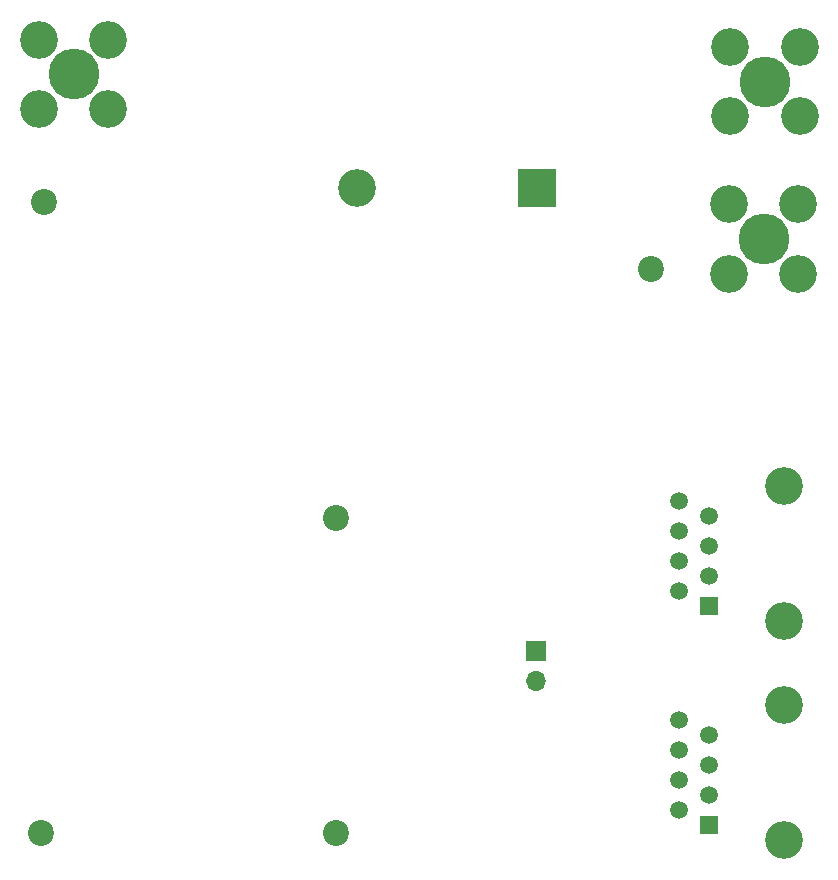
<source format=gbr>
%TF.GenerationSoftware,KiCad,Pcbnew,8.0.7*%
%TF.CreationDate,2025-03-11T17:28:54-05:00*%
%TF.ProjectId,motorboard,6d6f746f-7262-46f6-9172-642e6b696361,rev?*%
%TF.SameCoordinates,Original*%
%TF.FileFunction,Soldermask,Bot*%
%TF.FilePolarity,Negative*%
%FSLAX46Y46*%
G04 Gerber Fmt 4.6, Leading zero omitted, Abs format (unit mm)*
G04 Created by KiCad (PCBNEW 8.0.7) date 2025-03-11 17:28:54*
%MOMM*%
%LPD*%
G01*
G04 APERTURE LIST*
%ADD10R,3.200000X3.200000*%
%ADD11O,3.200000X3.200000*%
%ADD12C,3.200000*%
%ADD13R,1.500000X1.500000*%
%ADD14C,1.500000*%
%ADD15C,2.200000*%
%ADD16C,4.300000*%
%ADD17R,1.700000X1.700000*%
%ADD18O,1.700000X1.700000*%
G04 APERTURE END LIST*
D10*
%TO.C,D1*%
X153600000Y-76000000D03*
D11*
X138360000Y-76000000D03*
%TD*%
D12*
%TO.C,J2*%
X174472800Y-112650500D03*
X174472800Y-101220500D03*
D13*
X168122800Y-111380500D03*
D14*
X165582800Y-110110500D03*
X168122800Y-108840500D03*
X165582800Y-107570500D03*
X168122800Y-106300500D03*
X165582800Y-105030500D03*
X168122800Y-103760500D03*
X165582800Y-102490500D03*
%TD*%
D15*
%TO.C,H1*%
X111831000Y-77157000D03*
%TD*%
D16*
%TO.C,J7*%
X172777000Y-80318000D03*
D12*
X169842000Y-77383000D03*
X169842000Y-83253000D03*
X175712000Y-77383000D03*
X175712000Y-83253000D03*
%TD*%
%TO.C,J1*%
X174549000Y-131224500D03*
X174549000Y-119794500D03*
D13*
X168199000Y-129954500D03*
D14*
X165659000Y-128684500D03*
X168199000Y-127414500D03*
X165659000Y-126144500D03*
X168199000Y-124874500D03*
X165659000Y-123604500D03*
X168199000Y-122334500D03*
X165659000Y-121064500D03*
%TD*%
D15*
%TO.C,H3*%
X136596000Y-130625000D03*
%TD*%
D17*
%TO.C,J3*%
X153550001Y-115194200D03*
D18*
X153550001Y-117734200D03*
%TD*%
D15*
%TO.C,H2*%
X136596000Y-103955000D03*
%TD*%
%TO.C,H3*%
X111577000Y-130625000D03*
%TD*%
D16*
%TO.C,J6*%
X114357000Y-66376000D03*
D12*
X111422000Y-63441000D03*
X111422000Y-69311000D03*
X117292000Y-63441000D03*
X117292000Y-69311000D03*
%TD*%
D16*
%TO.C,J4*%
X172904000Y-67011000D03*
D12*
X169969000Y-64076000D03*
X169969000Y-69946000D03*
X175839000Y-64076000D03*
X175839000Y-69946000D03*
%TD*%
D15*
%TO.C,H4*%
X163266000Y-82872000D03*
%TD*%
M02*

</source>
